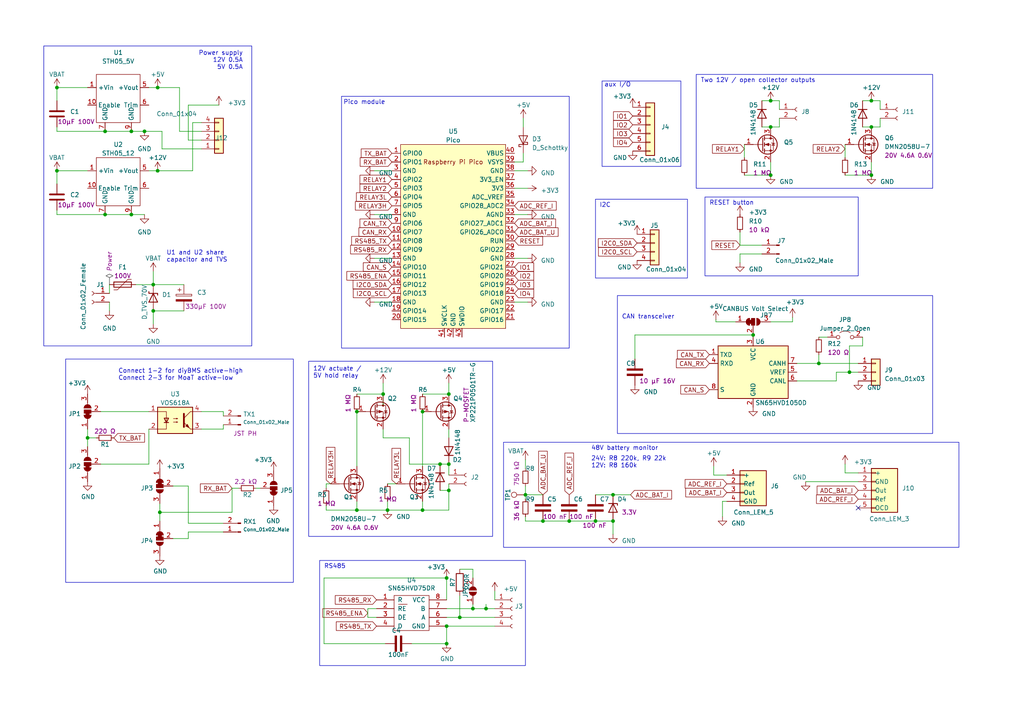
<source format=kicad_sch>
(kicad_sch (version 20220404) (generator eeschema)
  (paper "A4")
  (junction (at 41.91 38.1))
  (junction (at 237.49 105.41))
  (junction (at 46.355 148.59))
  (junction (at 223.52 29.21))
  (junction (at 157.48 151.13))
  (junction (at 129.54 181.61))
  (junction (at 129.54 186.69))
  (junction (at 252.73 29.21))
  (junction (at 129.54 167.64))
  (junction (at 25.4 127))
  (junction (at 45.72 25.4))
  (junction (at 130.175 134.62))
  (junction (at 130.175 142.24))
  (junction (at 152.4 143.51))
  (junction (at 223.52 50.8))
  (junction (at 177.8 151.13))
  (junction (at 130.175 114.3))
  (junction (at 30.48 38.1))
  (junction (at 218.44 97.155))
  (junction (at 165.1 151.13))
  (junction (at 30.48 62.23))
  (junction (at 177.8 143.51))
  (junction (at 133.35 179.07))
  (junction (at 246.38 107.95))
  (junction (at 111.125 114.3))
  (junction (at 45.72 49.53))
  (junction (at 127.635 134.62))
  (junction (at 38.1 38.1))
  (junction (at 172.72 151.13))
  (junction (at 122.555 119.38))
  (junction (at 38.1 62.23))
  (junction (at 252.73 36.83))
  (junction (at 103.505 147.955))
  (junction (at 223.52 36.83))
  (junction (at 16.51 49.53))
  (junction (at 44.45 90.17))
  (junction (at 122.555 147.955))
  (junction (at 252.73 50.8))
  (junction (at 137.16 176.53))
  (junction (at 44.45 82.55))
  (junction (at 112.395 147.955))
  (junction (at 16.51 25.4))
  (junction (at 103.505 119.38))
  (junction (at 140.97 176.53))
  (no_connect (at 248.92 147.32))
  (wire (pts (xy 122.555 145.415) (xy 122.555 147.955)))
  (wire (pts (xy 112.395 145.415) (xy 112.395 147.955)))
  (wire (pts (xy 55.88 35.56) (xy 58.42 35.56)))
  (wire (pts (xy 165.1 151.13) (xy 172.72 151.13)))
  (wire (pts (xy 149.225 87.63) (xy 153.035 87.63)))
  (wire (pts (xy 54.61 154.305) (xy 54.61 156.21)))
  (wire (pts (xy 127.635 134.62) (xy 118.745 134.62)))
  (wire (pts (xy 143.51 173.99) (xy 143.51 171.45)))
  (wire (pts (xy 94.615 146.685) (xy 94.615 147.955)))
  (wire (pts (xy 246.38 100.33) (xy 246.38 107.95)))
  (wire (pts (xy 55.88 49.53) (xy 55.88 35.56)))
  (wire (pts (xy 16.51 62.23) (xy 30.48 62.23)))
  (wire (pts (xy 111.125 114.3) (xy 111.125 111.125)))
  (wire (pts (xy 109.22 176.53) (xy 106.68 176.53)))
  (wire (pts (xy 31.75 87.63) (xy 31.75 90.17)))
  (wire (pts (xy 108.585 74.93) (xy 113.665 74.93)))
  (wire (pts (xy 250.19 29.21) (xy 252.73 29.21)))
  (wire (pts (xy 127.635 142.24) (xy 130.175 142.24)))
  (wire (pts (xy 245.11 134.62) (xy 245.11 137.16)))
  (wire (pts (xy 112.395 140.335) (xy 114.935 140.335)))
  (wire (pts (xy 229.87 92.075) (xy 229.87 93.345)))
  (wire (pts (xy 94.615 147.955) (xy 103.505 147.955)))
  (wire (pts (xy 54.61 154.305) (xy 64.77 154.305)))
  (wire (pts (xy 64.77 120.65) (xy 64.77 119.38)))
  (wire (pts (xy 29.21 119.38) (xy 43.18 119.38)))
  (wire (pts (xy 214.63 67.31) (xy 214.63 71.12)))
  (wire (pts (xy 214.63 71.12) (xy 220.98 71.12)))
  (wire (pts (xy 39.37 82.55) (xy 44.45 82.55)))
  (wire (pts (xy 111.125 127) (xy 118.745 127)))
  (wire (pts (xy 93.98 186.69) (xy 111.76 186.69)))
  (wire (pts (xy 250.19 97.79) (xy 250.19 100.33)))
  (wire (pts (xy 43.18 134.62) (xy 29.21 134.62)))
  (wire (pts (xy 207.01 135.255) (xy 207.01 137.795)))
  (wire (pts (xy 63.5 30.48) (xy 54.61 30.48)))
  (wire (pts (xy 223.52 36.83) (xy 226.06 36.83)))
  (wire (pts (xy 122.555 147.955) (xy 130.175 147.955)))
  (wire (pts (xy 137.16 165.1) (xy 133.35 165.1)))
  (wire (pts (xy 237.49 102.87) (xy 237.49 105.41)))
  (wire (pts (xy 16.51 49.53) (xy 25.4 49.53)))
  (wire (pts (xy 64.77 119.38) (xy 58.42 119.38)))
  (wire (pts (xy 50.165 156.21) (xy 54.61 156.21)))
  (wire (pts (xy 130.175 134.62) (xy 130.175 137.795)))
  (wire (pts (xy 149.225 74.93) (xy 153.035 74.93)))
  (wire (pts (xy 64.77 124.46) (xy 58.42 124.46)))
  (wire (pts (xy 129.54 179.07) (xy 133.35 179.07)))
  (wire (pts (xy 152.4 140.97) (xy 152.4 143.51)))
  (wire (pts (xy 130.175 111.125) (xy 130.175 114.3)))
  (wire (pts (xy 152.4 151.13) (xy 157.48 151.13)))
  (wire (pts (xy 44.45 90.17) (xy 53.34 90.17)))
  (wire (pts (xy 58.42 43.18) (xy 46.99 43.18)))
  (wire (pts (xy 255.27 29.21) (xy 255.27 31.75)))
  (wire (pts (xy 54.61 30.48) (xy 54.61 40.64)))
  (wire (pts (xy 103.505 114.3) (xy 111.125 114.3)))
  (wire (pts (xy 151.765 46.99) (xy 151.765 44.45)))
  (wire (pts (xy 220.98 73.66) (xy 214.63 73.66)))
  (wire (pts (xy 151.765 36.83) (xy 151.765 34.29)))
  (wire (pts (xy 226.06 36.83) (xy 226.06 34.29)))
  (wire (pts (xy 129.54 181.61) (xy 143.51 181.61)))
  (wire (pts (xy 31.75 82.55) (xy 31.75 85.09)))
  (wire (pts (xy 130.175 124.46) (xy 130.175 127)))
  (wire (pts (xy 177.8 151.13) (xy 177.8 154.94)))
  (wire (pts (xy 44.45 82.55) (xy 53.34 82.55)))
  (wire (pts (xy 112.395 147.955) (xy 122.555 147.955)))
  (wire (pts (xy 30.48 38.1) (xy 38.1 38.1)))
  (wire (pts (xy 54.61 151.765) (xy 64.77 151.765)))
  (wire (pts (xy 250.19 36.83) (xy 252.73 36.83)))
  (wire (pts (xy 231.14 105.41) (xy 237.49 105.41)))
  (wire (pts (xy 111.125 124.46) (xy 111.125 127)))
  (wire (pts (xy 209.55 145.415) (xy 209.55 149.86)))
  (wire (pts (xy 245.11 50.8) (xy 252.73 50.8)))
  (wire (pts (xy 137.16 175.26) (xy 137.16 176.53)))
  (wire (pts (xy 157.48 151.13) (xy 165.1 151.13)))
  (wire (pts (xy 25.4 127) (xy 27.94 127)))
  (wire (pts (xy 43.18 49.53) (xy 45.72 49.53)))
  (wire (pts (xy 172.72 151.13) (xy 177.8 151.13)))
  (wire (pts (xy 137.16 167.64) (xy 137.16 165.1)))
  (wire (pts (xy 16.51 25.4) (xy 25.4 25.4)))
  (wire (pts (xy 46.355 148.59) (xy 67.31 148.59)))
  (wire (pts (xy 215.9 41.91) (xy 215.9 45.72)))
  (wire (pts (xy 149.225 49.53) (xy 153.035 49.53)))
  (wire (pts (xy 242.57 107.95) (xy 246.38 107.95)))
  (wire (pts (xy 250.19 100.33) (xy 246.38 100.33)))
  (wire (pts (xy 226.06 29.21) (xy 226.06 31.75)))
  (wire (pts (xy 38.1 38.1) (xy 41.91 38.1)))
  (wire (pts (xy 133.35 179.07) (xy 143.51 179.07)))
  (wire (pts (xy 54.61 40.64) (xy 58.42 40.64)))
  (wire (pts (xy 108.585 62.23) (xy 113.665 62.23)))
  (wire (pts (xy 46.99 38.1) (xy 41.91 38.1)))
  (wire (pts (xy 214.63 73.66) (xy 214.63 76.2)))
  (wire (pts (xy 106.68 176.53) (xy 106.68 179.07)))
  (wire (pts (xy 152.4 133.35) (xy 152.4 135.89)))
  (wire (pts (xy 16.51 36.83) (xy 16.51 38.1)))
  (wire (pts (xy 149.225 46.99) (xy 151.765 46.99)))
  (wire (pts (xy 16.51 25.4) (xy 16.51 29.21)))
  (wire (pts (xy 64.77 123.19) (xy 64.77 124.46)))
  (wire (pts (xy 233.68 139.7) (xy 248.92 139.7)))
  (wire (pts (xy 245.11 41.91) (xy 245.11 45.72)))
  (wire (pts (xy 177.8 143.51) (xy 182.88 143.51)))
  (wire (pts (xy 50.165 140.97) (xy 54.61 140.97)))
  (wire (pts (xy 152.4 149.86) (xy 152.4 151.13)))
  (wire (pts (xy 67.31 141.605) (xy 69.215 141.605)))
  (wire (pts (xy 38.1 62.23) (xy 41.91 62.23)))
  (wire (pts (xy 129.54 176.53) (xy 137.16 176.53)))
  (wire (pts (xy 137.16 176.53) (xy 140.97 176.53)))
  (wire (pts (xy 252.73 36.83) (xy 255.27 36.83)))
  (wire (pts (xy 231.14 110.49) (xy 242.57 110.49)))
  (wire (pts (xy 149.225 62.23) (xy 153.035 62.23)))
  (wire (pts (xy 130.175 134.62) (xy 127.635 134.62)))
  (wire (pts (xy 58.42 38.1) (xy 52.07 38.1)))
  (wire (pts (xy 54.61 140.97) (xy 54.61 151.765)))
  (wire (pts (xy 149.225 54.61) (xy 153.035 54.61)))
  (wire (pts (xy 44.45 78.74) (xy 44.45 82.55)))
  (wire (pts (xy 74.295 141.605) (xy 75.565 141.605)))
  (wire (pts (xy 133.35 172.72) (xy 133.35 179.07)))
  (wire (pts (xy 245.11 137.16) (xy 248.92 137.16)))
  (wire (pts (xy 184.15 97.155) (xy 218.44 97.155)))
  (wire (pts (xy 210.82 145.415) (xy 209.55 145.415)))
  (wire (pts (xy 215.9 50.8) (xy 223.52 50.8)))
  (wire (pts (xy 111.125 117.475) (xy 111.125 114.3)))
  (wire (pts (xy 16.51 60.96) (xy 16.51 62.23)))
  (wire (pts (xy 252.73 29.21) (xy 255.27 29.21)))
  (wire (pts (xy 16.51 38.1) (xy 30.48 38.1)))
  (wire (pts (xy 207.645 93.345) (xy 213.36 93.345)))
  (wire (pts (xy 52.07 25.4) (xy 52.07 38.1)))
  (wire (pts (xy 52.07 25.4) (xy 45.72 25.4)))
  (wire (pts (xy 43.18 25.4) (xy 45.72 25.4)))
  (wire (pts (xy 44.45 90.17) (xy 44.45 93.98)))
  (wire (pts (xy 67.31 148.59) (xy 67.31 141.605)))
  (wire (pts (xy 122.555 119.38) (xy 122.555 135.255)))
  (wire (pts (xy 220.98 36.83) (xy 223.52 36.83)))
  (wire (pts (xy 152.4 143.51) (xy 157.48 143.51)))
  (wire (pts (xy 140.97 175.26) (xy 140.97 176.53)))
  (wire (pts (xy 46.355 148.59) (xy 46.355 151.13)))
  (wire (pts (xy 43.18 124.46) (xy 43.18 134.62)))
  (wire (pts (xy 108.585 87.63) (xy 113.665 87.63)))
  (wire (pts (xy 172.72 143.51) (xy 177.8 143.51)))
  (wire (pts (xy 103.505 147.955) (xy 112.395 147.955)))
  (wire (pts (xy 94.615 141.605) (xy 94.615 140.335)))
  (wire (pts (xy 46.99 43.18) (xy 46.99 38.1)))
  (wire (pts (xy 25.4 127) (xy 25.4 129.54)))
  (wire (pts (xy 218.44 97.155) (xy 218.44 97.79)))
  (wire (pts (xy 237.49 105.41) (xy 248.92 105.41)))
  (wire (pts (xy 207.645 92.71) (xy 207.645 93.345)))
  (wire (pts (xy 45.72 49.53) (xy 55.88 49.53)))
  (wire (pts (xy 252.73 46.99) (xy 252.73 50.8)))
  (wire (pts (xy 129.54 173.99) (xy 129.54 167.64)))
  (wire (pts (xy 130.175 142.24) (xy 130.175 147.955)))
  (wire (pts (xy 237.49 97.79) (xy 240.03 97.79)))
  (wire (pts (xy 108.585 49.53) (xy 113.665 49.53)))
  (wire (pts (xy 103.505 119.38) (xy 103.505 135.255)))
  (wire (pts (xy 152.4 143.51) (xy 152.4 144.78)))
  (wire (pts (xy 94.615 140.335) (xy 95.885 140.335)))
  (wire (pts (xy 207.01 137.795) (xy 210.82 137.795)))
  (wire (pts (xy 130.175 140.335) (xy 130.175 142.24)))
  (wire (pts (xy 119.38 186.69) (xy 129.54 186.69)))
  (wire (pts (xy 46.355 146.05) (xy 46.355 148.59)))
  (wire (pts (xy 93.98 167.64) (xy 93.98 186.69)))
  (wire (pts (xy 242.57 110.49) (xy 242.57 107.95)))
  (wire (pts (xy 229.87 93.345) (xy 223.52 93.345)))
  (wire (pts (xy 122.555 114.3) (xy 130.175 114.3)))
  (wire (pts (xy 220.98 29.21) (xy 223.52 29.21)))
  (wire (pts (xy 129.54 186.69) (xy 129.54 181.61)))
  (wire (pts (xy 25.4 124.46) (xy 25.4 127)))
  (wire (pts (xy 246.38 107.95) (xy 248.92 107.95)))
  (wire (pts (xy 16.51 53.34) (xy 16.51 49.53)))
  (wire (pts (xy 118.745 127) (xy 118.745 134.62)))
  (wire (pts (xy 106.68 179.07) (xy 109.22 179.07)))
  (wire (pts (xy 140.97 176.53) (xy 143.51 176.53)))
  (wire (pts (xy 184.15 104.14) (xy 184.15 97.155)))
  (wire (pts (xy 103.505 145.415) (xy 103.505 147.955)))
  (wire (pts (xy 30.48 62.23) (xy 38.1 62.23)))
  (wire (pts (xy 223.52 29.21) (xy 226.06 29.21)))
  (wire (pts (xy 129.54 167.64) (xy 93.98 167.64)))
  (wire (pts (xy 255.27 36.83) (xy 255.27 34.29)))
  (wire (pts (xy 223.52 46.99) (xy 223.52 50.8)))
  (rectangle (start 92.71 162.56) (end 152.4 193.04))
  (rectangle (start 99.06 27.94) (end 165.1 100.965))
  (rectangle (start 174.625 23.495) (end 197.485 48.26))
  (rectangle (start 19.05 104.14) (end 85.09 168.91))
  (rectangle (start 201.93 21.59) (end 270.51 54.61))
  (rectangle (start 179.07 85.725) (end 270.51 125.73))
  (rectangle (start 146.05 128.27) (end 278.13 158.75))
  (rectangle (start 12.7 13.335) (end 73.025 100.33))
  (rectangle (start 172.72 57.785) (end 199.39 80.645))
  (rectangle (start 204.47 57.15) (end 248.92 80.01))
  (rectangle (start 89.535 104.775) (end 142.875 155.575))
  (text "Two 12V / open collector outputs" (at 203.2 24.13 0) (effects (font (size 1.27 1.27)) (justify left bottom)))
  (text "Power supply\n12V 0.5A\n5V 0.5A" (at 70.485 20.32 0) (effects (font (size 1.27 1.27)) (justify right bottom)))
  (text "Connect 1-2 for diyBMS active-high\nConnect 2-3 for MoaT active-low" (at 34.29 110.49 0) (effects (font (size 1.27 1.27)) (justify left bottom)))
  (text "aux I/O" (at 175.26 25.4 0) (effects (font (size 1.27 1.27)) (justify left bottom)))
  (text "I2C" (at 177.165 60.325 0) (effects (font (size 1.27 1.27)) (justify right bottom)))
  (text "RS485" (at 93.98 165.1 0) (effects (font (size 1.27 1.27)) (justify left bottom)))
  (text "24V: R8 220k, R9 22k\n12V: R8 160k" (at 171.45 135.89 0) (effects (font (size 1.27 1.27)) (justify left bottom)))
  (text "CAN transceiver" (at 180.34 92.71 0) (effects (font (size 1.27 1.27)) (justify left bottom)))
  (text "U1 and U2 share\ncapacitor and TVS" (at 48.26 76.2 0) (effects (font (size 1.27 1.27)) (justify left bottom)))
  (text "12V actuate /\n5V hold relay" (at 90.805 109.855 0) (effects (font (size 1.27 1.27)) (justify left bottom)))
  (text "48V battery monitor" (at 171.45 130.81 0) (effects (font (size 1.27 1.27)) (justify left bottom)))
  (text "RESET button" (at 205.74 59.69 0) (effects (font (size 1.27 1.27)) (justify left bottom)))
  (text "Pico module" (at 111.76 30.48 0) (effects (font (size 1.27 1.27)) (justify right bottom)))
  (global_label "CAN_TX" (shape input) (at 113.665 64.77 180) (property "Intersheetrefs" "${INTERSHEET_REFS}" (effects hide)))
  (global_label "CAN_RX" (shape input) (at 113.665 67.31 180) (property "Intersheetrefs" "${INTERSHEET_REFS}" (effects hide)))
  (global_label "IO4" (shape input) (at 149.225 85.09 0) (property "Intersheetrefs" "${INTERSHEET_REFS}" (effects hide)))
  (global_label "RESET" (shape input) (at 214.63 71.12 180) (property "Intersheetrefs" "${INTERSHEET_REFS}" (effects hide)))
  (global_label "ADC_BAT_I" (shape input) (at 210.82 142.875 180) (property "Intersheetrefs" "${INTERSHEET_REFS}" (effects hide)))
  (global_label "ADC_BAT_U" (shape input) (at 157.48 143.51 90) (property "Intersheetrefs" "${INTERSHEET_REFS}" (effects hide)))
  (global_label "I2C0_SDA" (shape input) (at 184.785 70.485 180) (property "Intersheetrefs" "${INTERSHEET_REFS}" (effects hide)))
  (global_label "RS485_ENA" (shape input) (at 113.665 80.01 180) (property "Intersheetrefs" "${INTERSHEET_REFS}" (effects hide)))
  (global_label "RELAY1" (shape input) (at 113.665 52.07 180) (property "Intersheetrefs" "${INTERSHEET_REFS}" (effects hide)))
  (global_label "ADC_REF_I" (shape input) (at 149.225 59.69 0) (property "Intersheetrefs" "${INTERSHEET_REFS}" (effects hide)))
  (global_label "ADC_REF_I" (shape input) (at 210.82 140.335 180) (property "Intersheetrefs" "${INTERSHEET_REFS}" (effects hide)))
  (global_label "RELAY3L" (shape input) (at 113.665 57.15 180) (property "Intersheetrefs" "${INTERSHEET_REFS}" (effects hide)))
  (global_label "RS485_RX" (shape input) (at 113.665 72.39 180) (property "Intersheetrefs" "${INTERSHEET_REFS}" (effects hide)))
  (global_label "TX_BAT" (shape input) (at 113.665 44.45 180) (property "Intersheet References" "${INTERSHEET_REFS}" (effects hide)))
  (global_label "IO3" (shape input) (at 149.225 82.55 0) (property "Intersheetrefs" "${INTERSHEET_REFS}" (effects hide)))
  (global_label "RX_BAT" (shape input) (at 67.31 141.605 180) (property "Intersheet References" "${INTERSHEET_REFS}" (effects hide)))
  (global_label "ADC_BAT_U" (shape input) (at 149.225 67.31 0) (property "Intersheetrefs" "${INTERSHEET_REFS}" (effects hide)))
  (global_label "I2C0_SCL" (shape input) (at 113.665 85.09 180) (property "Intersheetrefs" "${INTERSHEET_REFS}" (effects hide)))
  (global_label "RS485_TX" (shape input) (at 113.665 69.85 180) (property "Intersheetrefs" "${INTERSHEET_REFS}" (effects hide)))
  (global_label "RS485_RX" (shape input) (at 109.22 173.99 180) (property "Intersheetrefs" "${INTERSHEET_REFS}" (effects hide)))
  (global_label "RELAY2" (shape input) (at 245.11 43.18 180) (property "Intersheetrefs" "${INTERSHEET_REFS}" (effects hide)))
  (global_label "ADC_BAT_I" (shape input) (at 182.88 143.51 0) (property "Intersheetrefs" "${INTERSHEET_REFS}" (effects hide)))
  (global_label "CAN_S" (shape input) (at 205.74 113.03 180) (property "Intersheetrefs" "${INTERSHEET_REFS}" (effects hide)))
  (global_label "CAN_TX" (shape input) (at 205.74 102.87 180) (property "Intersheetrefs" "${INTERSHEET_REFS}" (effects hide)))
  (global_label "IO1" (shape input) (at 183.515 33.655 180) (property "Intersheetrefs" "${INTERSHEET_REFS}" (effects hide)))
  (global_label "TX_BAT" (shape input) (at 33.02 127 0) (property "Intersheet References" "${INTERSHEET_REFS}" (effects hide)))
  (global_label "I2C0_SCL" (shape input) (at 184.785 73.025 180) (property "Intersheetrefs" "${INTERSHEET_REFS}" (effects hide)))
  (global_label "CAN_RX" (shape input) (at 205.74 105.41 180) (property "Intersheetrefs" "${INTERSHEET_REFS}" (effects hide)))
  (global_label "RELAY3H" (shape input) (at 95.885 140.335 90) (property "Intersheetrefs" "${INTERSHEET_REFS}" (effects hide)))
  (global_label "RELAY1" (shape input) (at 215.9 43.18 180) (property "Intersheetrefs" "${INTERSHEET_REFS}" (effects hide)))
  (global_label "IO2" (shape input) (at 183.515 36.195 180) (property "Intersheetrefs" "${INTERSHEET_REFS}" (effects hide)))
  (global_label "RESET" (shape input) (at 149.225 69.85 0) (property "Intersheetrefs" "${INTERSHEET_REFS}" (effects hide)))
  (global_label "ADC_BAT_I" (shape input) (at 248.92 142.24 180) (property "Intersheetrefs" "${INTERSHEET_REFS}" (effects hide)))
  (global_label "ADC_REF_I" (shape input) (at 165.1 143.51 90) (property "Intersheetrefs" "${INTERSHEET_REFS}" (effects hide)))
  (global_label "RX_BAT" (shape input) (at 113.665 46.99 180) (property "Intersheet References" "${INTERSHEET_REFS}" (effects hide)))
  (global_label "ADC_BAT_I" (shape input) (at 149.225 64.77 0) (property "Intersheetrefs" "${INTERSHEET_REFS}" (effects hide)))
  (global_label "RELAY3H" (shape input) (at 113.665 59.69 180) (property "Intersheetrefs" "${INTERSHEET_REFS}" (effects hide)))
  (global_label "RELAY3L" (shape input) (at 114.935 140.335 90) (property "Intersheetrefs" "${INTERSHEET_REFS}" (effects hide)))
  (global_label "RS485_ENA" (shape input) (at 106.68 177.8 180) (property "Intersheetrefs" "${INTERSHEET_REFS}" (effects hide)))
  (global_label "I2C0_SDA" (shape input) (at 113.665 82.55 180) (property "Intersheetrefs" "${INTERSHEET_REFS}" (effects hide)))
  (global_label "IO3" (shape input) (at 183.515 38.735 180) (property "Intersheetrefs" "${INTERSHEET_REFS}" (effects hide)))
  (global_label "CAN_S" (shape input) (at 113.665 77.47 180) (property "Intersheetrefs" "${INTERSHEET_REFS}" (effects hide)))
  (global_label "RS485_TX" (shape input) (at 109.22 181.61 180) (property "Intersheetrefs" "${INTERSHEET_REFS}" (effects hide)))
  (global_label "IO2" (shape input) (at 149.225 80.01 0) (property "Intersheetrefs" "${INTERSHEET_REFS}" (effects hide)))
  (global_label "ADC_REF_I" (shape input) (at 248.92 144.78 180) (property "Intersheetrefs" "${INTERSHEET_REFS}" (effects hide)))
  (global_label "IO1" (shape input) (at 149.225 77.47 0) (property "Intersheetrefs" "${INTERSHEET_REFS}" (effects hide)))
  (global_label "RELAY2" (shape input) (at 113.665 54.61 180) (property "Intersheetrefs" "${INTERSHEET_REFS}" (effects hide)))
  (global_label "IO4" (shape input) (at 183.515 41.275 180) (property "Intersheetrefs" "${INTERSHEET_REFS}" (effects hide)))
  (netclass_flag "" (length 2.54) (shape diamond) (at 31.75 82.55 0) (property "Netclass" "Power" (at 31.75 78.74 90) (effects (font italic) (justify left))))
  (symbol (lib_id "localstuff:GND") (at 218.44 118.11 0) (unit 1)
    (default_instance (reference "U") (unit 1) (value "") (footprint ""))
    (property "Reference" "#PWR0129" (effects hide))
    (property "Value" "GND" (at 220.98 120.015 0) (effects (justify left)))
  )
  (symbol (lib_id "Interface_CAN_LIN:SN65HVD1050D") (at 218.44 107.95 0) (unit 1)
    (default_instance (reference "U") (unit 1) (value "SN65HVD1050D") (footprint "Package_SO:SOIC-8_3.9x4.9mm_P1.27mm"))
    (property "Reference" "U6" (at 219.075 99.06 0) (effects (justify left)))
    (property "Value" "SN65HVD1050D" (at 219.075 116.84 0) (effects (justify left)))
    (property "Footprint" "Package_SO:SOIC-8_3.9x4.9mm_P1.27mm" (effects hide))
    (property "Datasheet" "http://www.ti.com/lit/ds/symlink/sn65hvd1050.pdf" (effects hide))
    (property "Farnell" "3124668" (effects hide))
  )
  (symbol (lib_id "localstuff:+3.3V") (at 25.4 114.3 0) (unit 1)
    (default_instance (reference "#PWR") (unit 1) (value "+3.3V") (footprint ""))
    (property "Reference" "#PWR0112" (effects hide))
    (property "Value" "+3.3V" (at 19.685 111.125 0) (effects (justify left)))
  )
  (symbol (lib_id "localparts:R_120_0603") (at 237.49 100.33 180) (unit 1)
    (default_instance (reference "R") (unit 1) (value "R_120_0603") (footprint "Resistor_SMD:R_0603_1608Metric"))
    (property "Reference" "R12" (at 240.03 99.695 0) (effects (justify right)))
    (property "Value" "R_120_0603" (effects hide))
    (property "Footprint" "Resistor_SMD:R_0603_1608Metric" (effects hide))
    (property "Display" "120 Ω" (at 240.03 102.235 0) (effects (justify right)))
  )
  (symbol (lib_id "localstuff:GND") (at 214.63 76.2 0) (unit 1)
    (default_instance (reference "U") (unit 1) (value "") (footprint ""))
    (property "Reference" "#PWR0139" (effects hide))
    (property "Value" "GND" (at 217.17 78.105 0) (effects (justify left)))
  )
  (symbol (lib_id "localparts:R_10k_0603") (at 214.63 64.77 0) (unit 1)
    (default_instance (reference "R") (unit 1) (value "R_10k_0603") (footprint "Resistor_SMD:R_0603_1608Metric"))
    (property "Reference" "R10" (at 217.17 64.135 0) (effects (justify left)))
    (property "Value" "R_10k_0603" (effects hide))
    (property "Footprint" "Resistor_SMD:R_0603_1608Metric" (effects hide))
    (property "Display" "10 kΩ" (at 217.17 66.675 0) (effects (justify left)))
  )
  (symbol (lib_id "localstuff:GND") (at 223.52 50.8 0) (unit 1)
    (default_instance (reference "U") (unit 1) (value "") (footprint ""))
    (property "Reference" "#PWR0141" (effects hide))
    (property "Value" "GND" (at 226.06 52.705 0) (effects (justify left)))
  )
  (symbol (lib_id "localstuff:+5V") (at 45.72 25.4 0) (unit 1)
    (default_instance (reference "U") (unit 1) (value "") (footprint ""))
    (property "Reference" "#PWR0103" (effects hide))
    (property "Value" "+5V" (at 45.72 21.59 0))
  )
  (symbol (lib_id "localstuff:+3.3V") (at 214.63 62.23 0) (unit 1)
    (default_instance (reference "#PWR") (unit 1) (value "+3.3V") (footprint ""))
    (property "Reference" "#PWR0140" (effects hide))
    (property "Value" "+3.3V" (at 217.17 61.595 0) (effects (justify left)))
  )
  (symbol (lib_id "localstuff:GND") (at 108.585 62.23 270) (unit 1)
    (default_instance (reference "U") (unit 1) (value "") (footprint ""))
    (property "Reference" "#PWR0106" (effects hide))
    (property "Value" "GND" (at 109.855 62.865 90) (effects (justify left)))
  )
  (symbol (lib_id "localparts:Polyfuse 100V") (at 35.56 82.55 0) (unit 1)
    (default_instance (reference "F") (unit 1) (value "Polyfuse 100V") (footprint "Diode_SMD:D_SMA"))
    (property "Reference" "F1" (at 35.56 77.47 0))
    (property "Value" "Polyfuse 100V" (effects hide))
    (property "Footprint" "Diode_SMD:D_SMA" (effects hide))
    (property "Farnell" "3945785" (effects hide))
    (property "Display" "100V" (at 35.56 80.01 0))
  )
  (symbol (lib_id "Jumper:SolderJumper_3_Bridged12") (at 218.44 93.345 0) (unit 1)
    (default_instance (reference "U") (unit 1) (value "") (footprint ""))
    (property "Reference" "JP7" (at 222.25 91.44 0))
    (property "Value" "CANBUS Volt Select" (at 219.075 89.535 0))
    (property "Footprint" "Jumper:SolderJumper-3_P1.3mm_Bridged12_RoundedPad1.0x1.5mm" (effects hide))
  )
  (symbol (lib_id "localstuff:+3.3V") (at 183.515 31.115 0) (unit 1)
    (default_instance (reference "#PWR") (unit 1) (value "+3.3V") (footprint ""))
    (property "Reference" "#PWR0143" (effects hide))
    (property "Value" "+3.3V" (at 177.8 27.94 0) (effects (justify left)))
  )
  (symbol (lib_name "CP_10µ_100V_1210_1") (lib_id "localparts:CP_10µ_100V_1210") (at 16.51 33.02 0) (unit 1)
    (default_instance (reference "C") (unit 1) (value "CP_1µ_100V_0805") (footprint "Resistor_SMD:R_0805_2012Metric"))
    (property "Reference" "C1" (at 20.32 32.385 0) (effects (justify left)))
    (property "Value" "CP_1µ_100V_0805" (effects hide))
    (property "Footprint" "Resistor_SMD:R_1210_3225Metric" (effects hide))
    (property "Farnell" "3243166" (effects hide))
    (property "Display" "10µF 100V" (at 22.098 35.306 0))
  )
  (symbol (lib_id "localstuff:+3.3V") (at 129.54 167.64 0) (unit 1)
    (default_instance (reference "#PWR") (unit 1) (value "+3.3V") (footprint ""))
    (property "Reference" "#PWR0124" (effects hide))
    (property "Value" "+3.3V" (at 123.825 164.465 0) (effects (justify left)))
  )
  (symbol (lib_id "localstuff:GND") (at 31.75 90.17 0) (unit 1)
    (default_instance (reference "U") (unit 1) (value "") (footprint ""))
    (property "Reference" "#PWR0117" (effects hide))
    (property "Value" "GND" (at 31.75 95.25 0))
  )
  (symbol (lib_id "Connector_Generic:Conn_01x06") (at 188.595 36.195 0) (unit 1)
    (default_instance (reference "J") (unit 1) (value "Conn_01x06") (footprint ""))
    (property "Reference" "J4" (at 191.77 36.83 0) (effects (justify left)))
    (property "Value" "Conn_01x06" (at 185.42 46.355 0) (effects (justify left)))
    (property "Footprint" "Connector_PinHeader_2.54mm:PinHeader_1x06_P2.54mm_Vertical" (effects hide))
  )
  (symbol (lib_id "localstuff:GND") (at 183.515 43.815 0) (unit 1)
    (default_instance (reference "U") (unit 1) (value "") (footprint ""))
    (property "Reference" "#PWR0142" (effects hide))
    (property "Value" "GND" (at 177.8 45.72 0) (effects (justify left)))
  )
  (symbol (lib_id "Connector:Conn_01x02_Female") (at 231.14 31.75 0) (unit 1)
    (default_instance (reference "J") (unit 1) (value "Conn_01x02_Female") (footprint ""))
    (property "Reference" "J8" (at 232.41 32.385 0) (effects (justify left)))
    (property "Value" "Conn_01x02_Female" (effects hide))
    (property "Footprint" "Connector_PinHeader_2.54mm:PinHeader_1x02_P2.54mm_Vertical" (effects hide))
  )
  (symbol (lib_id "Transistor_FET:BSS83P") (at 127.635 119.38 0) (unit 1)
    (default_instance (reference "Q") (unit 1) (value "ST23690") (footprint "Package_DFN_QFN:AO_DFN-8-1EP_5.55x5.2mm_P1.27mm_EP4.12x4.6mm"))
    (property "Reference" "Q4" (at 131.445 115.57 0) (effects (justify left)))
    (property "Value" "XP221P0501TR-G" (at 137.16 122.555 90) (effects (justify left)))
    (property "Footprint" "Package_TO_SOT_SMD:SOT-23" (effects hide))
    (property "Farnell" "3577852" (effects hide))
    (property "Display" "P-MOSFET" (at 135.255 122.555 90) (effects (justify left)))
  )
  (symbol (lib_id "localparts:CP_100n_50V_0603") (at 172.72 147.32 0) (unit 1)
    (default_instance (reference "C") (unit 1) (value "CP_100n_50V_0603") (footprint "Capacitor_SMD:C_0603_1608Metric"))
    (property "Reference" "C7" (at 173.99 144.78 0) (effects (justify left)))
    (property "Value" "CP_100n_50V_0603" (effects hide))
    (property "Footprint" "Capacitor_SMD:C_0603_1608Metric" (effects hide))
    (property "LCSC" "C14663" (effects hide))
    (property "Display" "100 nF" (at 168.91 152.4 0) (effects (justify left)))
  )
  (symbol (lib_id "power:GND") (at 46.355 161.29 0) (unit 1)
    (default_instance (reference "U") (unit 1) (value "") (footprint ""))
    (property "Reference" "#PWR0110" (effects hide))
    (property "Value" "GND" (at 46.482 165.6842 0))
  )
  (symbol (lib_id "localstuff:GND") (at 108.585 87.63 270) (unit 1)
    (default_instance (reference "U") (unit 1) (value "") (footprint ""))
    (property "Reference" "#PWR0109" (effects hide))
    (property "Value" "GND" (at 109.855 88.265 90) (effects (justify left)))
  )
  (symbol (lib_id "localstuff:STH05_12") (at 34.29 54.61 0) (unit 1)
    (default_instance (reference "U") (unit 1) (value "STH05_12") (footprint "localstuff:STH05"))
    (property "Reference" "U2" (at 34.29 41.91 0))
    (property "Value" "STH05_12" (at 34.29 44.45 0))
    (property "Footprint" "localstuff:STH05" (effects hide))
    (property "Farnell" "3212472" (effects hide))
  )
  (symbol (lib_id "localparts:Q_NMOS_20V_4A_lowVth") (at 250.19 41.91 0) (unit 1)
    (default_instance (reference "Q") (unit 1) (value "2N7002") (footprint "Package_TO_SOT_SMD:SOT-23"))
    (property "Reference" "Q6" (at 256.54 40.005 0) (effects (justify left)))
    (property "Value" "DMN2058U-7" (at 256.54 42.545 0) (effects (justify left)))
    (property "Footprint" "Package_TO_SOT_SMD:SOT-23" (effects hide))
    (property "Datasheet" "https://www.farnell.com/datasheets/2211373.pdf" (effects hide))
    (property "Farnell" "2709530" (effects hide))
    (property "Display" "DMN2058U-7" (effects hide))
    (property "Display2" "20V 4.6A 0.6V" (at 256.54 45.085 0) (effects (justify left)))
  )
  (symbol (lib_id "Jumper:SolderJumper_2_Open") (at 137.16 171.45 90) (unit 1)
    (default_instance (reference "U") (unit 1) (value "") (footprint ""))
    (property "Reference" "JP6" (at 135.001 171.577 0))
    (property "Value" "OptTermination" (effects hide))
    (property "Footprint" "Jumper:SolderJumper-2_P1.3mm_Open_RoundedPad1.0x1.5mm" (effects hide))
  )
  (symbol (lib_id "localparts:CP_100n_50V_0603") (at 165.1 147.32 0) (unit 1)
    (default_instance (reference "C") (unit 1) (value "CP_100n_50V_0603") (footprint "Capacitor_SMD:C_0603_1608Metric"))
    (property "Reference" "C6" (at 166.37 144.78 0) (effects (justify left)))
    (property "Value" "CP_100n_50V_0603" (effects hide))
    (property "Footprint" "Capacitor_SMD:C_0603_1608Metric" (effects hide))
    (property "LCSC" "C14663" (effects hide))
    (property "Display" "100 nF" (at 157.48 149.86 0) (effects (justify left)))
  )
  (symbol (lib_id "localstuff:+3.3V") (at 184.785 67.945 0) (unit 1)
    (default_instance (reference "#PWR") (unit 1) (value "+3.3V") (footprint ""))
    (property "Reference" "#PWR0153" (effects hide))
    (property "Value" "+3.3V" (at 179.07 64.77 0) (effects (justify left)))
  )
  (symbol (lib_id "Jumper:SolderJumper_3_Bridged12") (at 25.4 119.38 90) (unit 1) (in_bom no)
    (default_instance (reference "U") (unit 1) (value "") (footprint ""))
    (property "Reference" "JP1" (at 23.495 120.015 90) (effects (justify left)))
    (property "Value" "SolderJumper_3_Bridged12" (effects hide))
    (property "Footprint" "Jumper:SolderJumper-3_P1.3mm_Open_Pad1.0x1.5mm" (effects hide))
  )
  (symbol (lib_id "Connector:Conn_01x02_Female") (at 135.255 137.795 0) (unit 1)
    (default_instance (reference "J") (unit 1) (value "Conn_01x02_Female") (footprint ""))
    (property "Reference" "J2" (at 136.525 138.43 0) (effects (justify left)))
    (property "Value" "Conn_01x02_Female" (effects hide))
    (property "Footprint" "localstuff:Conn_P5.0mm_2_Lumberg" (effects hide))
  )
  (symbol (lib_id "Diode:1N4148") (at 220.98 33.02 270) (unit 1)
    (default_instance (reference "D") (unit 1) (value "1N4148") (footprint "Diode_THT:D_DO-35_SOD27_P7.62mm_Horizontal"))
    (property "Reference" "D5" (at 217.17 30.48 90) (effects (justify left)))
    (property "Value" "1N4148" (at 218.44 31.75 0) (effects (justify left)))
    (property "Footprint" "Diode_SMD:D_SOD-123" (effects hide))
    (property "Datasheet" "https://assets.nexperia.com/documents/data-sheet/1N4148_1N4448.pdf" (effects hide))
  )
  (symbol (lib_id "localstuff:GND") (at 44.45 93.98 0) (unit 1)
    (default_instance (reference "U") (unit 1) (value "") (footprint ""))
    (property "Reference" "#PWR0120" (effects hide))
    (property "Value" "GND" (at 44.45 99.06 0))
  )
  (symbol (lib_id "localstuff:+3.3V") (at 229.87 92.075 0) (unit 1)
    (default_instance (reference "#PWR") (unit 1) (value "+3.3V") (footprint ""))
    (property "Reference" "#PWR0131" (effects hide))
    (property "Value" "+3.3V" (at 227.965 87.63 0) (effects (justify left)))
  )
  (symbol (lib_id "localstuff:GND") (at 153.035 87.63 90) (unit 1)
    (default_instance (reference "U") (unit 1) (value "") (footprint ""))
    (property "Reference" "#PWR0138" (effects hide))
    (property "Value" "GND" (at 156.845 88.265 90) (effects (justify right)))
  )
  (symbol (lib_id "localstuff:GND") (at 112.395 147.955 0) (unit 1)
    (default_instance (reference "U") (unit 1) (value "") (footprint ""))
    (property "Reference" "#PWR0123" (effects hide))
    (property "Value" "GND" (at 114.935 149.86 0) (effects (justify left)))
  )
  (symbol (lib_id "localstuff:+5V") (at 207.01 135.255 0) (unit 1)
    (default_instance (reference "#PWR") (unit 1) (value "+5V") (footprint ""))
    (property "Reference" "#PWR0133" (effects hide))
    (property "Value" "+5V" (at 207.01 131.445 0))
  )
  (symbol (lib_id "Jumper:SolderJumper_3_Bridged12") (at 46.355 156.21 90) (mirror x) (unit 1) (in_bom no)
    (default_instance (reference "U") (unit 1) (value "") (footprint ""))
    (property "Reference" "JP4" (at 44.45 156.845 90) (effects (justify left)))
    (property "Value" "SolderJumper_3_Bridged12" (effects hide))
    (property "Footprint" "Jumper:SolderJumper-3_P1.3mm_Open_Pad1.0x1.5mm" (effects hide))
  )
  (symbol (lib_id "localstuff:+5V") (at 151.765 34.29 0) (unit 1)
    (default_instance (reference "#PWR") (unit 1) (value "+5V") (footprint ""))
    (property "Reference" "#PWR0149" (effects hide))
    (property "Value" "+5V" (at 151.765 30.48 0))
  )
  (symbol (lib_id "ControllerCircuit:SN65HVD75DR") (at 116.84 170.18 0) (unit 1)
    (default_instance (reference "U") (unit 1) (value "") (footprint ""))
    (property "Reference" "U4" (at 119.38 168.275 0))
    (property "Value" "SN65HVD75DR" (at 119.38 170.5864 0))
    (property "Footprint" "Package_SO:SOIC-8_3.9x4.9mm_P1.27mm" (effects hide))
    (property "Datasheet" "https://www.ti.com/store/ti/en/p/product/?p=SN65HVD75DR" (effects hide))
    (property "LCSCStockCode" "C57928" (effects hide))
    (property "PartNumber" "SN65HVD75DR" (effects hide))
  )
  (symbol (lib_id "localparts:R_1M_0603") (at 122.555 116.84 0) (mirror y) (unit 1)
    (default_instance (reference "R") (unit 1) (value "R_1M_0603") (footprint "Resistor_SMD:R_0603_1608Metric"))
    (property "Reference" "R6" (at 121.285 113.03 0) (effects (justify right)))
    (property "Value" "R_1M_0603" (effects hide))
    (property "Footprint" "Resistor_SMD:R_0603_1608Metric" (effects hide))
    (property "Display" "1 MΩ" (at 120.015 114.3 90) (effects (justify right)))
  )
  (symbol (lib_id "localparts:D_Zener_3V3") (at 177.8 147.32 270) (unit 1)
    (default_instance (reference "D") (unit 1) (value "D_Zener_3V3") (footprint "localstuff:SOD80"))
    (property "Reference" "D4" (at 179.07 144.78 90) (effects (justify left)))
    (property "Value" "D_Zener_3V3" (effects hide))
    (property "Footprint" "Diode_SMD:D_SOD-123" (effects hide))
    (property "Display" "3.3V" (at 180.34 148.59 90) (effects (justify left)))
    (property "Farnell" "2690030" (effects hide))
  )
  (symbol (lib_id "Connector_Generic:Conn_01x04") (at 189.865 70.485 0) (unit 1)
    (default_instance (reference "J") (unit 1) (value "Conn_01x04") (footprint ""))
    (property "Reference" "J5" (at 188.595 65.405 0) (effects (justify left)))
    (property "Value" "Conn_01x04" (at 187.325 78.105 0) (effects (justify left)))
    (property "Footprint" "Connector_PinHeader_2.54mm:PinHeader_1x04_P2.54mm_Vertical" (effects hide))
  )
  (symbol (lib_id "localstuff:GND") (at 184.15 111.76 0) (unit 1)
    (default_instance (reference "U") (unit 1) (value "") (footprint ""))
    (property "Reference" "#PWR0137" (effects hide))
    (property "Value" "GND" (at 186.69 113.665 0) (effects (justify left)))
  )
  (symbol (lib_id "Connector:Conn_01x02_Male") (at 69.85 123.19 180) (unit 1)
    (default_instance (reference "U") (unit 1) (value "") (footprint ""))
    (property "Reference" "TX1" (at 70.5358 120.142 0) (effects (justify right)))
    (property "Value" "Conn_01x02_Male" (at 70.5358 122.4534 0) (effects (font (size 1 1)) (justify right)))
    (property "Footprint" "Connector_JST:JST_PH_S2B-PH-K_1x02_P2.00mm_Horizontal" (effects hide))
    (property "LCSC" "C265016" (effects hide))
    (property "PartNumber" "S2B-PH-K(LF)(SN)" (effects hide))
    (property "Display" "JST PH" (at 71.12 125.73 0))
  )
  (symbol (lib_id "localstuff:+12V") (at 45.72 49.53 0) (unit 1)
    (default_instance (reference "#PWR") (unit 1) (value "+12V") (footprint ""))
    (property "Reference" "#PWR0101" (effects hide))
    (property "Value" "+12V" (at 45.72 45.72 0))
  )
  (symbol (lib_name "R_2k2_0603_2") (lib_id "localparts:R_2k2_0603") (at 71.755 141.605 90) (mirror x) (unit 1)
    (default_instance (reference "U") (unit 1) (value "") (footprint ""))
    (property "Reference" "R2" (at 71.755 143.51 90))
    (property "Value" "R_2k2_0603" (effects hide))
    (property "Footprint" "Resistor_SMD:R_0603_1608Metric" (effects hide))
    (property "Display" "2.2 kΩ" (at 67.945 139.7 90) (effects (justify right)))
  )
  (symbol (lib_id "Diode:1N4148") (at 130.175 130.81 90) (unit 1)
    (default_instance (reference "D") (unit 1) (value "1N4148") (footprint "Diode_THT:D_DO-35_SOD27_P7.62mm_Horizontal"))
    (property "Reference" "D2" (at 133.985 133.35 90) (effects (justify left)))
    (property "Value" "1N4148" (at 132.715 132.08 0) (effects (justify left)))
    (property "Footprint" "Diode_SMD:D_SOD-123" (effects hide))
    (property "Datasheet" "https://assets.nexperia.com/documents/data-sheet/1N4148_1N4448.pdf" (effects hide))
  )
  (symbol (lib_id "localparts:CP_10µ_100V_1210") (at 16.51 57.15 0) (unit 1)
    (default_instance (reference "C") (unit 1) (value "CP_1µ_100V_0805") (footprint "Resistor_SMD:R_0805_2012Metric"))
    (property "Reference" "C2" (at 20.32 56.515 0) (effects (justify left)))
    (property "Value" "CP_1µ_100V_0805" (effects hide))
    (property "Footprint" "Resistor_SMD:R_1210_3225Metric" (effects hide))
    (property "Farnell" "3243166" (effects hide))
    (property "Display" "10µF 100V" (at 22.098 59.436 0))
  )
  (symbol (lib_id "Device:R") (at 133.35 168.91 0) (unit 1)
    (default_instance (reference "U") (unit 1) (value "") (footprint ""))
    (property "Reference" "R7" (at 131.318 168.91 90))
    (property "Value" "120R" (at 135.382 168.91 90))
    (property "Footprint" "Resistor_SMD:R_0805_2012Metric" (effects hide))
    (property "LCSCStockCode" "C17437" (effects hide))
    (property "PartNumber" "0805W8F1200T5E" (effects hide))
  )
  (symbol (lib_id "localparts:R_36k_0603_1") (at 152.4 147.32 0) (unit 1)
    (default_instance (reference "R") (unit 1) (value "R_36k_0603_1") (footprint "Resistor_SMD:R_0603_1608Metric"))
    (property "Reference" "R9" (at 152.4 144.78 0) (effects (justify left)))
    (property "Value" "R_36k_0603_1" (effects hide))
    (property "Footprint" "Resistor_SMD:R_0603_1608Metric" (effects hide))
    (property "Display" "36 kΩ" (at 149.86 151.13 90) (effects (justify left)))
    (property "Farnell" "3546618" (effects hide))
  )
  (symbol (lib_id "Connector:Conn_01x02_Female") (at 260.35 31.75 0) (unit 1)
    (default_instance (reference "J") (unit 1) (value "Conn_01x02_Female") (footprint ""))
    (property "Reference" "J11" (at 261.62 32.385 0) (effects (justify left)))
    (property "Value" "Conn_01x02_Female" (effects hide))
    (property "Footprint" "Connector_PinHeader_2.54mm:PinHeader_1x02_P2.54mm_Vertical" (effects hide))
  )
  (symbol (lib_id "localstuff:+3.3V") (at 46.355 135.89 0) (unit 1)
    (default_instance (reference "#PWR") (unit 1) (value "+3.3V") (footprint ""))
    (property "Reference" "#PWR0114" (effects hide))
    (property "Value" "+3.3V" (at 48.26 135.255 0) (effects (justify left)))
  )
  (symbol (lib_id "localstuff:GND") (at 108.585 74.93 270) (unit 1)
    (default_instance (reference "U") (unit 1) (value "") (footprint ""))
    (property "Reference" "#PWR0108" (effects hide))
    (property "Value" "GND" (at 109.855 75.565 90) (effects (justify left)))
  )
  (symbol (lib_id "localparts:R_750k_0603") (at 152.4 138.43 0) (unit 1)
    (default_instance (reference "R") (unit 1) (value "R_750k_0603") (footprint "Resistor_SMD:R_0603_1608Metric"))
    (property "Reference" "R8" (at 152.4 135.89 0) (effects (justify left)))
    (property "Value" "R_750k_0603" (effects hide))
    (property "Footprint" "Resistor_SMD:R_0603_1608Metric" (effects hide))
    (property "Display" "750 kΩ" (at 149.86 140.97 90) (effects (justify left)))
    (property "Farnell" "2447431" (effects hide))
  )
  (symbol (lib_id "power:GND") (at 129.54 186.69 0) (unit 1)
    (default_instance (reference "U") (unit 1) (value "") (footprint ""))
    (property "Reference" "#PWR0125" (effects hide))
    (property "Value" "GND" (at 129.667 191.0842 0))
  )
  (symbol (lib_id "localstuff:GND") (at 184.785 75.565 0) (unit 1)
    (default_instance (reference "U") (unit 1) (value "") (footprint ""))
    (property "Reference" "#PWR0154" (effects hide))
    (property "Value" "GND" (at 179.07 77.47 0) (effects (justify left)))
  )
  (symbol (lib_id "localstuff:GND") (at 177.8 154.94 0) (unit 1)
    (default_instance (reference "U") (unit 1) (value "") (footprint ""))
    (property "Reference" "#PWR0148" (effects hide))
    (property "Value" "GND" (at 180.34 156.845 0) (effects (justify left)))
  )
  (symbol (lib_id "localparts:R_1M_0603") (at 103.505 116.84 0) (mirror y) (unit 1)
    (default_instance (reference "R") (unit 1) (value "R_1M_0603") (footprint "Resistor_SMD:R_0603_1608Metric"))
    (property "Reference" "R4" (at 102.235 113.03 0) (effects (justify right)))
    (property "Value" "R_1M_0603" (effects hide))
    (property "Footprint" "Resistor_SMD:R_0603_1608Metric" (effects hide))
    (property "Display" "1 MΩ" (at 100.965 114.3 90) (effects (justify right)))
  )
  (symbol (lib_id "Connector:Conn_01x04_Female") (at 148.59 176.53 0) (unit 1)
    (default_instance (reference "U") (unit 1) (value "") (footprint ""))
    (property "Reference" "J3" (at 149.3012 175.8696 0) (effects (justify left)))
    (property "Value" "ScrewTerminal" (effects hide))
    (property "Footprint" "Connector_PinHeader_2.54mm:PinHeader_1x04_P2.54mm_Vertical" (effects hide))
    (property "LCSCStockCode" "C395880" (effects hide))
  )
  (symbol (lib_id "localstuff:+12V") (at 252.73 29.21 0) (unit 1)
    (default_instance (reference "#PWR") (unit 1) (value "+12V") (footprint ""))
    (property "Reference" "#PWR0145" (effects hide))
    (property "Value" "+12V" (at 252.73 25.4 0))
  )
  (symbol (lib_id "Connector:Conn_01x02_Female") (at 26.67 85.09 0) (mirror y) (unit 1)
    (default_instance (reference "J") (unit 1) (value "Conn_01x02_Female") (footprint ""))
    (property "Reference" "J1" (at 27.94 82.55 0) (effects (justify right)))
    (property "Value" "Conn_01x02_Female" (at 24.13 76.2 90) (effects (justify right)))
    (property "Footprint" "localstuff:Conn_P5.0mm_2_Lumberg" (effects hide))
  )
  (symbol (lib_id "localstuff:Conn_LEM_5") (at 215.9 141.605 0) (unit 1)
    (default_instance (reference "J") (unit 1) (value "Conn_LEM_5") (footprint "Connector_JST:JST_PH_B4B-PH-K_1x04_P2.00mm_Vertical"))
    (property "Reference" "J6" (at 223.52 140.97 0) (effects (justify left)))
    (property "Value" "Conn_LEM_5" (at 212.725 148.59 0) (effects (justify left)))
    (property "Footprint" "Connector_JST:JST_PH_B4B-PH-K_1x04_P2.00mm_Vertical" (effects hide))
  )
  (symbol (lib_id "localstuff:GND") (at 248.92 110.49 0) (unit 1)
    (default_instance (reference "U") (unit 1) (value "") (footprint ""))
    (property "Reference" "#PWR0128" (effects hide))
    (property "Value" "GND" (at 251.46 112.395 0) (effects (justify left)))
  )
  (symbol (lib_id "localstuff:GND") (at 233.68 139.7 0) (unit 1)
    (default_instance (reference "U") (unit 1) (value "") (footprint ""))
    (property "Reference" "#PWR0134" (effects hide))
    (property "Value" "GND" (at 229.87 138.43 0) (effects (justify left)))
  )
  (symbol (lib_id "localparts:R_1M_0603") (at 112.395 142.875 0) (mirror y) (unit 1)
    (default_instance (reference "R") (unit 1) (value "R_1M_0603") (footprint "Resistor_SMD:R_0603_1608Metric"))
    (property "Reference" "R5" (at 109.855 142.24 0) (effects (justify right)))
    (property "Value" "R_1M_0603" (effects hide))
    (property "Footprint" "Resistor_SMD:R_0603_1608Metric" (effects hide))
    (property "Display" "1 MΩ" (at 109.855 144.78 0) (effects (justify right)))
  )
  (symbol (lib_id "localstuff:+3.3V") (at 79.375 136.525 0) (unit 1)
    (default_instance (reference "#PWR") (unit 1) (value "+3.3V") (footprint ""))
    (property "Reference" "#PWR0113" (effects hide))
    (property "Value" "+3.3V" (at 73.66 133.35 0) (effects (justify left)))
  )
  (symbol (lib_id "localstuff:+3.3V") (at 63.5 30.48 0) (unit 1)
    (default_instance (reference "#PWR") (unit 1) (value "+3.3V") (footprint ""))
    (property "Reference" "#PWR0136" (effects hide))
    (property "Value" "+3.3V" (at 66.04 29.845 0) (effects (justify left)))
  )
  (symbol (lib_id "power:GND") (at 79.375 146.685 0) (mirror y) (unit 1)
    (default_instance (reference "U") (unit 1) (value "") (footprint ""))
    (property "Reference" "#PWR0111" (effects hide))
    (property "Value" "GND" (at 79.248 151.0792 0))
  )
  (symbol (lib_id "Connector:Conn_01x02_Male") (at 226.06 71.12 0) (mirror y) (unit 1)
    (default_instance (reference "J") (unit 1) (value "Conn_01x02_Female") (footprint ""))
    (property "Reference" "J7" (at 225.425 69.85 0) (effects (justify right)))
    (property "Value" "Conn_01x02_Male" (at 224.79 75.565 0) (effects (justify right)))
    (property "Footprint" "Connector_PinHeader_2.54mm:PinHeader_1x02_P2.54mm_Vertical" (effects hide))
  )
  (symbol (lib_id "localparts:Q_NMOS_20V_4A_lowVth") (at 220.98 41.91 0) (unit 1)
    (default_instance (reference "Q") (unit 1) (value "2N7002") (footprint "Package_TO_SOT_SMD:SOT-23"))
    (property "Reference" "Q5" (at 227.33 41.275 0) (effects (justify left)))
    (property "Value" "DMN2058U-7" (effects hide))
    (property "Footprint" "Package_TO_SOT_SMD:SOT-23" (effects hide))
    (property "Datasheet" "https://www.farnell.com/datasheets/2211373.pdf" (effects hide))
    (property "Farnell" "2709530" (effects hide))
    (property "Display" "DMN2058U-7" (effects hide))
    (property "Display2" "20V 4.6A 0.6V" (effects hide))
  )
  (symbol (lib_id "localstuff:+12V") (at 223.52 29.21 0) (unit 1)
    (default_instance (reference "#PWR") (unit 1) (value "+12V") (footprint ""))
    (property "Reference" "#PWR0146" (effects hide))
    (property "Value" "+12V" (at 223.52 25.4 0))
  )
  (symbol (lib_id "localparts:R_1M_0603") (at 94.615 144.145 0) (mirror y) (unit 1)
    (default_instance (reference "R") (unit 1) (value "R_1M_0603") (footprint "Resistor_SMD:R_0603_1608Metric"))
    (property "Reference" "R3" (at 92.075 143.51 0) (effects (justify right)))
    (property "Value" "R_1M_0603" (effects hide))
    (property "Footprint" "Resistor_SMD:R_0603_1608Metric" (effects hide))
    (property "Display" "1 MΩ" (at 92.075 146.05 0) (effects (justify right)))
  )
  (symbol (lib_id "localstuff:Conn_LEM_3") (at 254 142.24 0) (unit 1)
    (default_instance (reference "J") (unit 1) (value "Conn_LEM_3") (footprint "Connector_JST:JST_PH_B5B-PH-K_1x05_P2.00mm_Vertical"))
    (property "Reference" "J10" (at 261.62 141.605 0) (effects (justify left)))
    (property "Value" "Conn_LEM_3" (at 252.095 150.495 0) (effects (justify left)))
    (property "Footprint" "Connector_JST:JST_PH_B5B-PH-K_1x05_P2.00mm_Vertical" (effects hide))
  )
  (symbol (lib_id "Diode:1N4148") (at 250.19 33.02 270) (unit 1)
    (default_instance (reference "D") (unit 1) (value "1N4148") (footprint "Diode_THT:D_DO-35_SOD27_P7.62mm_Horizontal"))
    (property "Reference" "D6" (at 246.38 30.48 90) (effects (justify left)))
    (property "Value" "1N4148" (at 247.65 31.75 0) (effects (justify left)))
    (property "Footprint" "Diode_SMD:D_SOD-123" (effects hide))
    (property "Datasheet" "https://assets.nexperia.com/documents/data-sheet/1N4148_1N4448.pdf" (effects hide))
  )
  (symbol (lib_id "pico:Pico") (at 131.445 68.58 0) (unit 1)
    (default_instance (reference "U") (unit 1) (value "Pico") (footprint "RPi_Pico:RPi_Pico_SMD_TH"))
    (property "Reference" "U5" (at 131.445 38.1 0))
    (property "Value" "Pico" (at 131.445 40.64 0))
    (property "Footprint" "pico:RPi_Pico_SMD_TH" (effects hide))
  )
  (symbol (lib_id "localstuff:D_Schottky") (at 151.765 40.64 90) (unit 1)
    (default_instance (reference "D") (unit 1) (value "D_Schottky") (footprint ""))
    (property "Reference" "D3" (at 154.305 40.3225 90) (effects (justify right)))
    (property "Value" "D_Schottky" (at 154.305 42.8625 90) (effects (justify right)))
    (property "Footprint" "Diode_SMD:D_SOD-123" (effects hide))
  )
  (symbol (lib_id "Transistor_FET:BSS83P") (at 108.585 119.38 0) (unit 1)
    (default_instance (reference "Q") (unit 1) (value "ST23690") (footprint "Package_DFN_QFN:AO_DFN-8-1EP_5.55x5.2mm_P1.27mm_EP4.12x4.6mm"))
    (property "Reference" "Q2" (at 112.395 115.57 0) (effects (justify left)))
    (property "Value" "XP221P0501TR-G" (effects hide))
    (property "Footprint" "Package_TO_SOT_SMD:SOT-23" (effects hide))
    (property "Farnell" "3577852" (effects hide))
    (property "Display" "P-MOSFET" (effects hide))
  )
  (symbol (lib_id "localstuff:GND") (at 41.91 62.23 0) (unit 1)
    (default_instance (reference "U") (unit 1) (value "") (footprint ""))
    (property "Reference" "#PWR0119" (effects hide))
    (property "Value" "GND" (at 41.91 67.31 0))
  )
  (symbol (lib_id "localparts:CP_100n_50V_0603") (at 157.48 147.32 0) (unit 1)
    (default_instance (reference "C") (unit 1) (value "CP_100n_50V_0603") (footprint "Capacitor_SMD:C_0603_1608Metric"))
    (property "Reference" "C5" (at 158.75 144.78 0) (effects (justify left)))
    (property "Value" "CP_100n_50V_0603" (effects hide))
    (property "Footprint" "Capacitor_SMD:C_0603_1608Metric" (effects hide))
    (property "LCSC" "C14663" (effects hide))
    (property "Display" "100 nF" (at 165.1 149.86 0) (effects (justify left)))
  )
  (symbol (lib_id "localstuff:GND") (at 153.035 74.93 90) (unit 1)
    (default_instance (reference "U") (unit 1) (value "") (footprint ""))
    (property "Reference" "#PWR0150" (effects hide))
    (property "Value" "GND" (at 156.845 75.565 90) (effects (justify right)))
  )
  (symbol (lib_id "localstuff:+5V") (at 207.645 92.71 0) (unit 1)
    (default_instance (reference "#PWR") (unit 1) (value "+5V") (footprint ""))
    (property "Reference" "#PWR0130" (effects hide))
    (property "Value" "+5V" (at 207.645 88.9 0))
  )
  (symbol (lib_id "Diode:1N4148") (at 127.635 138.43 270) (unit 1)
    (default_instance (reference "D") (unit 1) (value "1N4148") (footprint "Diode_THT:D_DO-35_SOD27_P7.62mm_Horizontal"))
    (property "Reference" "D7" (at 123.825 135.89 90) (effects (justify left)))
    (property "Value" "1N4148" (at 125.095 137.16 0) (effects (justify left)))
    (property "Footprint" "Diode_SMD:D_SOD-123" (effects hide))
    (property "Datasheet" "https://assets.nexperia.com/documents/data-sheet/1N4148_1N4448.pdf" (effects hide))
  )
  (symbol (lib_id "Connector:TestPoint") (at 152.4 143.51 90) (unit 1)
    (default_instance (reference "TP") (unit 1) (value "TestPoint") (footprint ""))
    (property "Reference" "TP1" (at 147.32 143.51 0))
    (property "Value" "TestPoint" (effects hide))
    (property "Footprint" "TestPoint:TestPoint_Pad_D1.5mm" (effects hide))
  )
  (symbol (lib_id "localparts:R_1M_0603") (at 245.11 48.26 0) (unit 1)
    (default_instance (reference "R") (unit 1) (value "R_1M_0603") (footprint "Resistor_SMD:R_0603_1608Metric"))
    (property "Reference" "R13" (at 247.65 47.625 0) (effects (justify left)))
    (property "Value" "R_1M_0603" (effects hide))
    (property "Footprint" "Resistor_SMD:R_0603_1608Metric" (effects hide))
    (property "Display" "1 MΩ" (at 247.65 50.165 0) (effects (justify left)))
  )
  (symbol (lib_id "localstuff:GND") (at 153.035 49.53 90) (unit 1)
    (default_instance (reference "U") (unit 1) (value "") (footprint ""))
    (property "Reference" "#PWR0155" (effects hide))
    (property "Value" "GND" (at 156.845 50.165 90) (effects (justify right)))
  )
  (symbol (lib_id "Connector_Generic:Conn_01x04") (at 63.5 40.64 0) (mirror x) (unit 1)
    (default_instance (reference "J") (unit 1) (value "Conn_01x04") (footprint ""))
    (property "Reference" "J12" (at 66.04 40.005 0) (effects (justify right)))
    (property "Value" "Conn_01x04" (at 57.15 33.02 0) (effects (justify right)))
    (property "Footprint" "Connector_PinHeader_2.54mm:PinHeader_1x04_P2.54mm_Vertical" (effects hide))
  )
  (symbol (lib_id "localparts:R_220_0603") (at 30.48 127 90) (unit 1)
    (default_instance (reference "U") (unit 1) (value "") (footprint ""))
    (property "Reference" "R1" (at 30.48 128.905 90))
    (property "Value" "R_220_0603" (effects hide))
    (property "Footprint" "Resistor_SMD:R_0603_1608Metric" (effects hide))
    (property "PartNumber" "0805W8F2200T5E" (effects hide))
    (property "LCSC" "C17557" (effects hide))
    (property "Display" "220 Ω" (at 27.305 125.095 90) (effects (justify right)))
  )
  (symbol (lib_id "power:GND") (at 25.4 139.7 0) (unit 1)
    (default_instance (reference "U") (unit 1) (value "") (footprint ""))
    (property "Reference" "#PWR0115" (effects hide))
    (property "Value" "GND" (at 25.527 144.0942 0))
  )
  (symbol (lib_id "localstuff:VBAT") (at 16.51 49.53 0) (unit 1)
    (default_instance (reference "#PWR") (unit 1) (value "VBAT") (footprint ""))
    (property "Reference" "#PWR0104" (effects hide))
    (property "Value" "VBAT" (at 16.51 45.72 0))
  )
  (symbol (lib_id "localstuff:+3.3V") (at 245.11 134.62 0) (unit 1)
    (default_instance (reference "#PWR") (unit 1) (value "+3.3V") (footprint ""))
    (property "Reference" "#PWR0135" (effects hide))
    (property "Value" "+3.3V" (at 247.65 133.985 0) (effects (justify left)))
  )
  (symbol (lib_id "localparts:Q_NMOS_20V_4A_lowVth") (at 100.965 140.335 0) (unit 1)
    (default_instance (reference "Q") (unit 1) (value "2N7002") (footprint "Package_TO_SOT_SMD:SOT-23"))
    (property "Reference" "Q1" (at 99.695 144.145 0) (effects (justify left)))
    (property "Value" "DMN2058U-7" (at 95.885 150.495 0) (effects (justify left)))
    (property "Footprint" "Package_TO_SOT_SMD:SOT-23" (effects hide))
    (property "Datasheet" "https://www.farnell.com/datasheets/2211373.pdf" (effects hide))
    (property "Farnell" "2709530" (effects hide))
    (property "Display" "DMN2058U-7" (effects hide))
    (property "Display2" "20V 4.6A 0.6V" (effects hide))
  )
  (symbol (lib_id "localparts:R_1M_0603") (at 215.9 48.26 0) (unit 1)
    (default_instance (reference "R") (unit 1) (value "R_1M_0603") (footprint "Resistor_SMD:R_0603_1608Metric"))
    (property "Reference" "R11" (at 218.44 47.625 0) (effects (justify left)))
    (property "Value" "R_1M_0603" (effects hide))
    (property "Footprint" "Resistor_SMD:R_0603_1608Metric" (effects hide))
    (property "Display" "1 MΩ" (at 218.44 50.165 0) (effects (justify left)))
  )
  (symbol (lib_id "Connector_Generic:Conn_01x03") (at 254 107.95 0) (unit 1)
    (default_instance (reference "J") (unit 1) (value "Conn_01x03") (footprint ""))
    (property "Reference" "J9" (at 256.54 107.315 0) (effects (justify left)))
    (property "Value" "Conn_01x03" (at 256.54 109.855 0) (effects (justify left)))
    (property "Footprint" "localstuff:Conn_P5.0mm_3_Lumberg" (effects hide))
  )
  (symbol (lib_id "localparts:CP_100n_50V_0603") (at 115.57 186.69 90) (unit 1)
    (default_instance (reference "U") (unit 1) (value "") (footprint ""))
    (property "Reference" "C4" (at 114.935 182.88 90))
    (property "Value" "100nF" (at 115.57 189.865 90))
    (property "Footprint" "Capacitor_SMD:C_0603_1608Metric" (effects hide))
    (property "Datasheet" "https://datasheet.lcsc.com/szlcsc/YAGEO-CC0805KRX7R9BB104_C49678.pdf" (effects hide))
    (property "LCSCStockCode" "C49678" (effects hide))
    (property "LCSC" "C14663" (effects hide))
    (property "Display" "100 nF 50V" (effects hide))
  )
  (symbol (lib_id "localstuff:GND") (at 41.91 38.1 0) (unit 1)
    (default_instance (reference "U") (unit 1) (value "") (footprint ""))
    (property "Reference" "#PWR0102" (effects hide))
    (property "Value" "GND" (at 41.91 43.18 0))
  )
  (symbol (lib_id "localstuff:+3.3V") (at 153.035 54.61 270) (unit 1)
    (default_instance (reference "#PWR") (unit 1) (value "+3.3V") (footprint ""))
    (property "Reference" "#PWR0152" (effects hide))
    (property "Value" "+3.3V" (at 156.845 55.245 90) (effects (justify left)))
  )
  (symbol (lib_id "localstuff:VBAT") (at 44.45 78.74 0) (unit 1)
    (default_instance (reference "#PWR") (unit 1) (value "VBAT") (footprint ""))
    (property "Reference" "#PWR0116" (effects hide))
    (property "Value" "VBAT" (at 44.45 74.93 0))
  )
  (symbol (lib_id "localstuff:GND") (at 252.73 50.8 0) (unit 1)
    (default_instance (reference "U") (unit 1) (value "") (footprint ""))
    (property "Reference" "#PWR0144" (effects hide))
    (property "Value" "GND" (at 255.27 52.705 0) (effects (justify left)))
  )
  (symbol (lib_id "Jumper:Jumper_2_Open") (at 245.11 97.79 0) (unit 1)
    (default_instance (reference "JP") (unit 1) (value "Jumper_2_Open") (footprint ""))
    (property "Reference" "JP8" (at 245.11 92.71 0))
    (property "Value" "Jumper_2_Open" (at 245.11 95.25 0))
    (property "Footprint" "Connector_PinHeader_2.54mm:PinHeader_1x02_P2.54mm_Vertical" (effects hide))
  )
  (symbol (lib_id "localparts:D_TVS_70V") (at 44.45 86.36 270) (unit 1)
    (default_instance (reference "D") (unit 1) (value "D_TVS_70V") (footprint "localstuff:SOD-123FL"))
    (property "Reference" "D1" (at 46.99 85.471 90) (effects (justify left)))
    (property "Value" "D_TVS_70V" (at 41.91 82.55 0) (effects (justify left)))
    (property "Footprint" "localstuff:SOD-123FL" (effects hide))
    (property "Farnell" "2773937" (effects hide))
  )
  (symbol (lib_id "localparts:VOS618A") (at 50.8 121.92 0) (unit 1)
    (default_instance (reference "U") (unit 1) (value "VOS618A") (footprint "Package_SO:SOP-4_4.4x2.6mm_P1.27mm"))
    (property "Reference" "U3" (at 50.8 114.3 0))
    (property "Value" "VOS618A" (at 50.8 116.84 0))
    (property "Footprint" "Package_SO:SOP-4_4.4x2.6mm_P1.27mm" (effects hide))
    (property "Datasheet" "https://www.farnell.com/datasheets/2917294.pdf" (effects hide))
    (property "Farnell" "3397435RL" (effects hide))
  )
  (symbol (lib_id "Jumper:SolderJumper_3_Bridged12") (at 25.4 134.62 90) (unit 1) (in_bom no)
    (default_instance (reference "U") (unit 1) (value "") (footprint ""))
    (property "Reference" "JP2" (at 23.495 135.255 90) (effects (justify left)))
    (property "Value" "SolderJumper_3_Bridged12" (effects hide))
    (property "Footprint" "Jumper:SolderJumper-3_P1.3mm_Open_Pad1.0x1.5mm" (effects hide))
  )
  (symbol (lib_id "localparts:CP_330µ_100V_1210") (at 53.34 86.36 0) (unit 1)
    (default_instance (reference "C") (unit 1) (value "CP_330µ_100V_1210") (footprint "localstuff:CP_Elec_19x19"))
    (property "Reference" "C3" (at 57.15 84.836 0) (effects (justify left)))
    (property "Value" "CP_330µ_100V_1210" (effects hide))
    (property "Footprint" "localstuff:CP_Elec_19x19" (effects hide))
    (property "Farnell" "2326221" (effects hide))
    (property "Display" "330µF 100V" (at 59.69 88.9 0))
  )
  (symbol (lib_id "Connector:Conn_01x02_Male") (at 69.85 154.305 180) (unit 1)
    (default_instance (reference "U") (unit 1) (value "") (footprint ""))
    (property "Reference" "RX1" (at 70.5358 151.257 0) (effects (justify right)))
    (property "Value" "Conn_01x02_Male" (at 70.5358 153.5684 0) (effects (font (size 1 1)) (justify right)))
    (property "Footprint" "Connector_JST:JST_PH_S2B-PH-K_1x02_P2.00mm_Horizontal" (effects hide))
    (property "LCSCStockCode" "C265016" (effects hide))
    (property "PartNumber" "S2B-PH-K(LF)(SN)" (effects hide))
  )
  (symbol (lib_id "localstuff:VBAT") (at 152.4 133.35 0) (unit 1)
    (default_instance (reference "#PWR") (unit 1) (value "VBAT") (footprint ""))
    (property "Reference" "#PWR0147" (effects hide))
    (property "Value" "VBAT" (at 147.32 130.81 0) (effects (justify left)))
  )
  (symbol (lib_id "localstuff:GND") (at 209.55 149.86 0) (unit 1)
    (default_instance (reference "U") (unit 1) (value "") (footprint ""))
    (property "Reference" "#PWR0132" (effects hide))
    (property "Value" "GND" (at 212.09 151.765 0) (effects (justify left)))
  )
  (symbol (lib_id "localparts:Q_NMOS_20V_4A_lowVth") (at 120.015 140.335 0) (unit 1)
    (default_instance (reference "Q") (unit 1) (value "2N7002") (footprint "Package_TO_SOT_SMD:SOT-23"))
    (property "Reference" "Q3" (at 118.745 144.145 0) (effects (justify left)))
    (property "Value" "DMN2058U-7" (effects hide))
    (property "Footprint" "Package_TO_SOT_SMD:SOT-23" (effects hide))
    (property "Datasheet" "https://www.farnell.com/datasheets/2211373.pdf" (effects hide))
    (property "Farnell" "2709530" (effects hide))
    (property "Display" "DMN2058U-7" (effects hide))
    (property "Display2" "20V 4.6A 0.6V" (at 95.885 153.035 0) (effects (justify left)))
  )
  (symbol (lib_id "localparts:CP_10µ_16V_0603") (at 184.15 107.95 0) (mirror y) (unit 1)
    (default_instance (reference "C") (unit 1) (value "CP_10µ_16V_0603") (footprint "Capacitor_SMD:C_0603_1608Metric"))
    (property "Reference" "C8" (at 181.61 105.41 0) (effects (justify right)))
    (property "Value" "CP_10µ_16V_0603" (effects hide))
    (property "Footprint" "Capacitor_SMD:C_0603_1608Metric" (effects hide))
    (property "Display" "10 µF 16V" (at 185.42 110.49 0) (effects (justify right)))
  )
  (symbol (lib_id "localstuff:GND") (at 153.035 62.23 90) (unit 1)
    (default_instance (reference "U") (unit 1) (value "") (footprint ""))
    (property "Reference" "#PWR0151" (effects hide))
    (property "Value" "GND" (at 156.845 62.865 90) (effects (justify right)))
  )
  (symbol (lib_id "localstuff:GND") (at 108.585 49.53 270) (unit 1)
    (default_instance (reference "U") (unit 1) (value "") (footprint ""))
    (property "Reference" "#PWR0107" (effects hide))
    (property "Value" "GND" (at 109.855 50.165 90) (effects (justify left)))
  )
  (symbol (lib_id "localstuff:STH05_5V") (at 34.29 30.48 0) (unit 1)
    (default_instance (reference "U") (unit 1) (value "STH05_5V") (footprint "localstuff:STH05"))
    (property "Reference" "U1" (at 34.29 15.24 0))
    (property "Value" "STH05_5V" (at 34.29 17.78 0))
    (property "Footprint" "localstuff:STH05" (effects hide))
    (property "Farnell" "3212470" (effects hide))
  )
  (symbol (lib_id "localstuff:+5V") (at 143.51 171.45 0) (unit 1)
    (default_instance (reference "#PWR") (unit 1) (value "+5V") (footprint ""))
    (property "Reference" "#PWR0126" (effects hide))
    (property "Value" "+5V" (at 146.05 170.815 0) (effects (justify left)))
  )
  (symbol (lib_id "Jumper:SolderJumper_3_Bridged12") (at 46.355 140.97 90) (mirror x) (unit 1) (in_bom no)
    (default_instance (reference "U") (unit 1) (value "") (footprint ""))
    (property "Reference" "JP3" (at 44.45 141.605 90) (effects (justify left)))
    (property "Value" "SolderJumper_3_Bridged12" (effects hide))
    (property "Footprint" "Jumper:SolderJumper-3_P1.3mm_Open_Pad1.0x1.5mm" (effects hide))
  )
  (symbol (lib_id "localstuff:+12V") (at 111.125 111.125 0) (unit 1)
    (default_instance (reference "#PWR") (unit 1) (value "+12V") (footprint ""))
    (property "Reference" "#PWR0122" (effects hide))
    (property "Value" "+12V" (at 111.125 107.315 0))
  )
  (symbol (lib_id "localstuff:VBAT") (at 16.51 25.4 0) (unit 1)
    (default_instance (reference "#PWR") (unit 1) (value "VBAT") (footprint ""))
    (property "Reference" "#PWR0105" (effects hide))
    (property "Value" "VBAT" (at 16.51 21.59 0))
  )
  (symbol (lib_id "localstuff:+5V") (at 130.175 111.125 0) (unit 1)
    (default_instance (reference "#PWR") (unit 1) (value "+5V") (footprint ""))
    (property "Reference" "#PWR0121" (effects hide))
    (property "Value" "+5V" (at 130.175 107.315 0))
  )
  (symbol (lib_id "Jumper:SolderJumper_3_Bridged12") (at 79.375 141.605 270) (mirror x) (unit 1) (in_bom no)
    (default_instance (reference "U") (unit 1) (value "") (footprint ""))
    (property "Reference" "JP5" (at 81.28 142.24 90) (effects (justify left)))
    (property "Value" "SolderJumper_3_Bridged12" (effects hide))
    (property "Footprint" "Jumper:SolderJumper-3_P1.3mm_Open_Pad1.0x1.5mm" (effects hide))
  )
)
</source>
